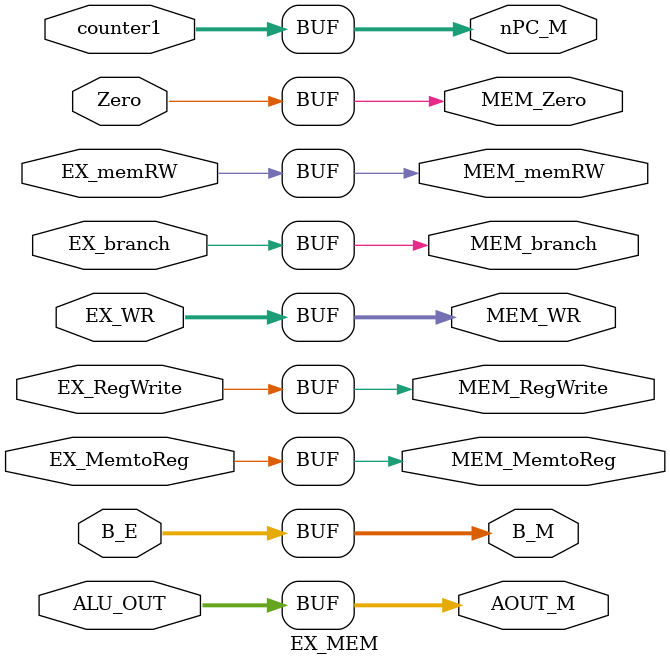
<source format=v>
module EX_MEM (counter1, Zero, ALU_OUT, B_E, EX_branch, EX_memRW, EX_MemtoReg, EX_RegWrite, EX_WR, 
nPC_M, MEM_Zero, AOUT_M, B_M, MEM_branch, MEM_memRW, MEM_MemtoReg, MEM_RegWrite, MEM_WR);

    input [31:0] counter1;
    input Zero;
    input [31:0] ALU_OUT;
    input [31:0] B_E;
    input EX_branch;
    input EX_memRW;
    input EX_MemtoReg;
    input EX_RegWrite;
    input [4:0] EX_WR;

    output reg [31:0] nPC_M;
    output reg MEM_Zero;
    output reg [31:0] AOUT_M;
    output reg [31:0] B_M;
    output reg MEM_branch;
    output reg MEM_memRW;
    output reg MEM_MemtoReg;
    output reg MEM_RegWrite;
    output reg [4:0] MEM_WR;

    always @(*) begin
        nPC_M <= counter1;
        MEM_Zero <= Zero;
        AOUT_M <= ALU_OUT;
        B_M <= B_E;
        MEM_branch <= EX_branch;
        MEM_memRW <= EX_memRW;
        MEM_MemtoReg <= EX_MemtoReg;
        MEM_RegWrite <= EX_RegWrite;
        MEM_WR <= EX_WR;
        // $display("%2t: EX_MEM", $time);
    end
    

endmodule
</source>
